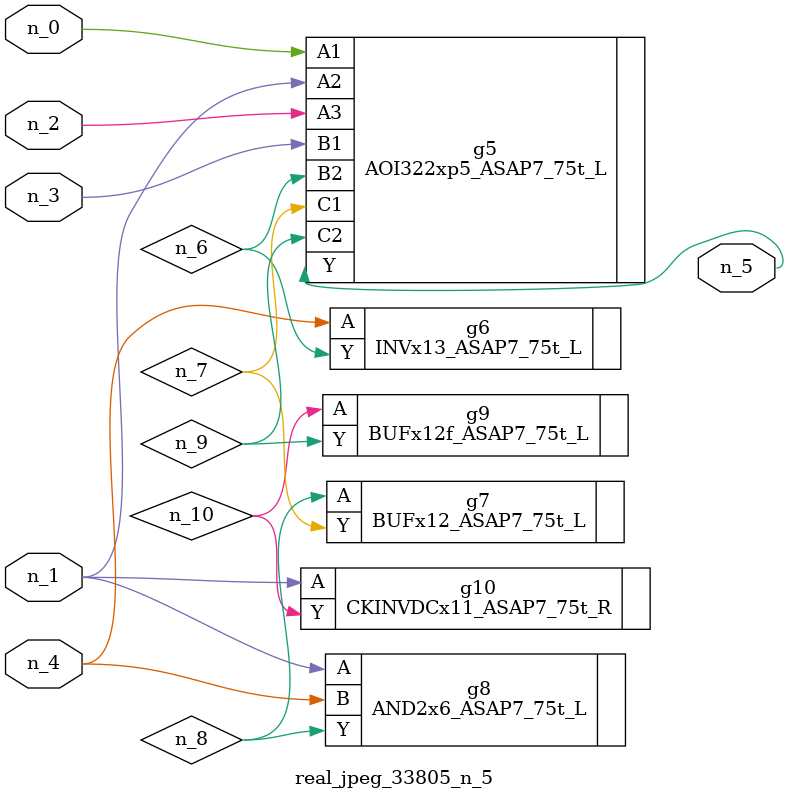
<source format=v>
module real_jpeg_33805_n_5 (n_4, n_0, n_1, n_2, n_3, n_5);

input n_4;
input n_0;
input n_1;
input n_2;
input n_3;

output n_5;

wire n_8;
wire n_6;
wire n_7;
wire n_10;
wire n_9;

AOI322xp5_ASAP7_75t_L g5 ( 
.A1(n_0),
.A2(n_1),
.A3(n_2),
.B1(n_3),
.B2(n_6),
.C1(n_7),
.C2(n_9),
.Y(n_5)
);

AND2x6_ASAP7_75t_L g8 ( 
.A(n_1),
.B(n_4),
.Y(n_8)
);

CKINVDCx11_ASAP7_75t_R g10 ( 
.A(n_1),
.Y(n_10)
);

INVx13_ASAP7_75t_L g6 ( 
.A(n_4),
.Y(n_6)
);

BUFx12_ASAP7_75t_L g7 ( 
.A(n_8),
.Y(n_7)
);

BUFx12f_ASAP7_75t_L g9 ( 
.A(n_10),
.Y(n_9)
);


endmodule
</source>
